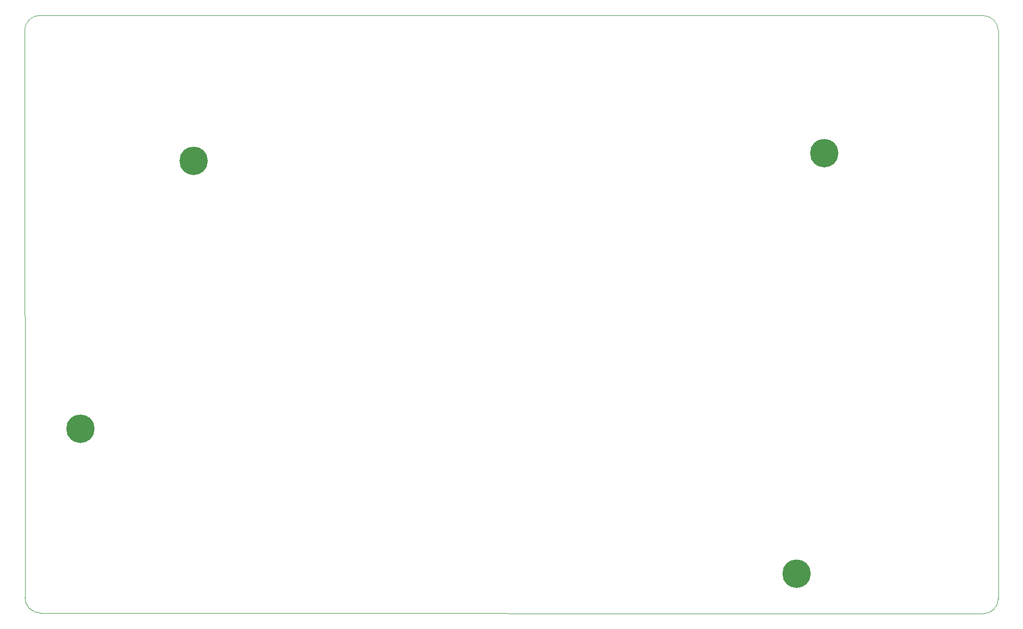
<source format=gbs>
G04 #@! TF.GenerationSoftware,KiCad,Pcbnew,(6.0.7)*
G04 #@! TF.CreationDate,2022-09-07T21:36:36+00:00*
G04 #@! TF.ProjectId,zzsplit-bottom-left,7a7a7370-6c69-4742-9d62-6f74746f6d2d,rev?*
G04 #@! TF.SameCoordinates,Original*
G04 #@! TF.FileFunction,Soldermask,Bot*
G04 #@! TF.FilePolarity,Negative*
%FSLAX46Y46*%
G04 Gerber Fmt 4.6, Leading zero omitted, Abs format (unit mm)*
G04 Created by KiCad (PCBNEW (6.0.7)) date 2022-09-07 21:36:36*
%MOMM*%
%LPD*%
G01*
G04 APERTURE LIST*
G04 #@! TA.AperFunction,Profile*
%ADD10C,0.100000*%
G04 #@! TD*
%ADD11C,4.700000*%
G04 APERTURE END LIST*
D10*
X216408717Y-41551602D02*
G75*
G03*
X213918729Y-39051603I-2500017J2D01*
G01*
X55508729Y-41521602D02*
X55548729Y-135281602D01*
X58008729Y-39021602D02*
X213918729Y-39051603D01*
X216408748Y-41551602D02*
X216438729Y-135411602D01*
X213918649Y-137921582D02*
X58048729Y-137781602D01*
X55548698Y-135281602D02*
G75*
G03*
X58048729Y-137781602I2500002J2D01*
G01*
X213918649Y-137921609D02*
G75*
G03*
X216438729Y-135411602I10051J2510009D01*
G01*
X58008729Y-39021629D02*
G75*
G03*
X55508729Y-41521602I-29J-2499971D01*
G01*
D11*
X64688729Y-107331602D03*
X183078729Y-131271602D03*
X83468729Y-63031602D03*
X187688729Y-61801602D03*
M02*

</source>
